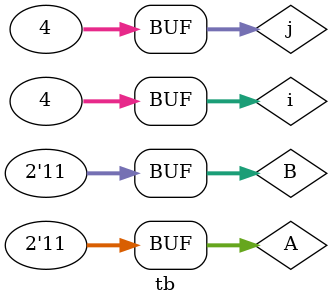
<source format=v>
module twobit_mul (output [3:0] p,
                   input [1:0] a, b);
  wire c,d, a1, a2, a3;
  
  assign p[0] = a[0] & b[0];
  
  assign a1 = a[1] & b[0];
  assign a2 = b[1] & a[0];
  half_adder i1 (.a(a1), .b(a2), .sum(p[1]), .cout(c));
  
  assign a3 = a[1] & b[1];
  half_adder i2 (.a(c), .b(a3), .sum(p[2]), .cout(p[3]));
  
  
endmodule


module half_adder (output sum, cout,
                   input a,b);
  assign sum = a ^ b;
  assign cout = a & b;

endmodule

//testbench
module tb;
  reg [1:0] A, B;
  wire [3:0] P;
  integer i,j;
  
  twobit_mul u1 (.p(P), .a(A), .b(B));
  
  initial
    begin
      A <= 0;
      B <= 0;
      
      
      $monitor ("time=%t, a=%d, b=%d, p=%b, p=%d", $time,A,B,P,P);
      
      for (i=0; i< 4; i=i+1)
        for (j=0; j< 4; j=j+1)
          begin
            A = i;
            B = j;
            #10;
          end
    end
endmodule

</source>
